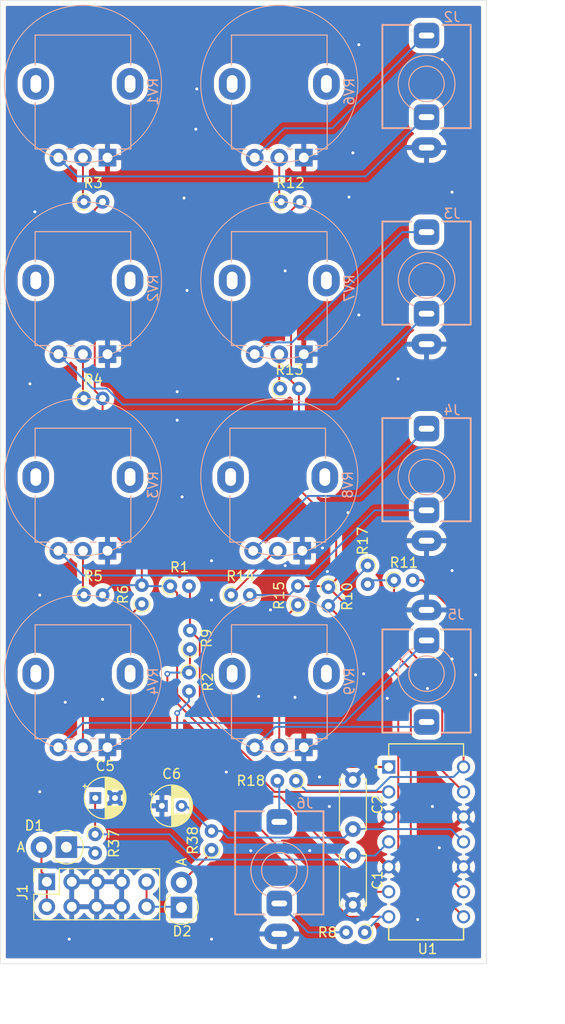
<source format=kicad_pcb>
(kicad_pcb (version 20240108) (generator "pcbnew") (generator_version "8.0")
  (layers (0 "F.Cu" signal) (31 "B.Cu" signal) (34 "B.Paste" user) (35 "F.Paste" user) (36 "B.SilkS" user "B.Silkscreen") (37 "F.SilkS" user "F.Silkscreen") (38 "B.Mask" user) (39 "F.Mask" user) (44 "Edge.Cuts" user))
  (net 0 "")
  (net 1 "+12V")
  (net 2 "GND")
  (net 3 "-12V")
  (net 4 "Net-(D1-A)")
  (net 5 "Net-(D1-K)")
  (net 6 "Net-(D2-A)")
  (net 7 "Net-(D2-K)")
  (net 8 "Net-(J2-PadR)")
  (net 9 "Net-(J2-PadT)")
  (net 10 "Net-(J3-PadR)")
  (net 11 "Net-(J3-PadT)")
  (net 12 "Net-(J4-PadT)")
  (net 13 "Net-(J4-PadR)")
  (net 14 "Net-(J5-PadR)")
  (net 15 "Net-(J5-PadT)")
  (net 16 "Net-(J6-PadT)")
  (net 17 "Net-(J6-PadR)")
  (net 18 "Net-(U1A--)")
  (net 19 "Net-(R1-Pad2)")
  (net 20 "Net-(R2-Pad2)")
  (net 21 "Net-(U1B--)")
  (net 22 "Net-(R3-Pad1)")
  (net 23 "Net-(R4-Pad1)")
  (net 24 "Net-(R5-Pad1)")
  (net 25 "Net-(R6-Pad1)")
  (net 26 "Net-(U1C--)")
  (net 27 "Net-(R10-Pad2)")
  (net 28 "Net-(R11-Pad2)")
  (net 29 "Net-(U1D--)")
  (net 30 "Net-(R12-Pad1)")
  (net 31 "Net-(R13-Pad1)")
  (net 32 "Net-(R14-Pad1)")
  (net 33 "Net-(R15-Pad1)")
  (footprint "mort_mix:tl74" (layer "F.Cu") (at 105.36 123.6)
    (property "Reference" "U1" (at 0.14 10.9 360) (layer "F.SilkS") (effects (font (size 1.001953 1.001953))))
    (property "Value" "TL074")
    (pad "1" thru_hole rect (at -3.81 -7.62) (size 1.35 1.35) (drill 0.9) (layers "*.Cu" "*.Mask") (net 19 "Net-(R1-Pad2)"))
    (pad "2" thru_hole circle (at -3.81 -5.08) (size 1.35 1.35) (drill 0.9) (layers "*.Cu" "*.Mask") (net 18 "Net-(U1A--)"))
    (pad "3" thru_hole circle (at -3.81 -2.54) (size 1.35 1.35) (drill 0.9) (layers "*.Cu" "*.Mask") (net 2 "GND"))
    (pad "4" thru_hole circle (at -3.81 0) (size 1.35 1.35) (drill 0.9) (layers "*.Cu" "*.Mask") (net 1 "+12V"))
    (pad "5" thru_hole circle (at -3.81 2.54) (size 1.35 1.35) (drill 0.9) (layers "*.Cu" "*.Mask") (net 2 "GND"))
    (pad "6" thru_hole circle (at -3.81 5.08) (size 1.35 1.35) (drill 0.9) (layers "*.Cu" "*.Mask") (net 21 "Net-(U1B--)"))
    (pad "7" thru_hole circle (at -3.81 7.62) (size 1.35 1.35) (drill 0.9) (layers "*.Cu" "*.Mask") (net 20 "Net-(R2-Pad2)"))
    (pad "8" thru_hole circle (at 3.81 7.62) (size 1.35 1.35) (drill 0.9) (layers "*.Cu" "*.Mask") (net 27 "Net-(R10-Pad2)"))
    (pad "9" thru_hole circle (at 3.81 5.08) (size 1.35 1.35) (drill 0.9) (layers "*.Cu" "*.Mask") (net 26 "Net-(U1C--)"))
    (pad "10" thru_hole circle (at 3.81 2.54) (size 1.35 1.35) (drill 0.9) (layers "*.Cu" "*.Mask") (net 2 "GND"))
    (pad "11" thru_hole circle (at 3.81 0) (size 1.35 1.35) (drill 0.9) (layers "*.Cu" "*.Mask") (net 3 "-12V"))
    (pad "12" thru_hole circle (at 3.81 -2.54) (size 1.35 1.35) (drill 0.9) (layers "*.Cu" "*.Mask") (net 2 "GND"))
    (pad "13" thru_hole circle (at 3.81 -5.08) (size 1.35 1.35) (drill 0.9) (layers "*.Cu" "*.Mask") (net 29 "Net-(U1D--)"))
    (pad "14" thru_hole circle (at 3.81 -7.62) (size 1.35 1.35) (drill 0.9) (layers "*.Cu" "*.Mask") (net 28 "Net-(R11-Pad2)"))
  )
  (footprint "Resistor_THT:R_Axial_DIN0204_L3.6mm_D1.6mm_P1.90mm_Vertical" (layer "F.Cu") (at 90.59 58.485)
    (property "Reference" "R12" (at 0.95 -1.92 360) (layer "F.SilkS"))
    (property "Value" "100k")
    (pad "1" thru_hole circle (at 0 0) (size 1.4 1.4) (drill 0.7) (layers "*.Cu" "*.Mask") (net 30 "Net-(R12-Pad1)"))
    (pad "2" thru_hole oval (at 1.9 0) (size 1.4 1.4) (drill 0.7) (layers "*.Cu" "*.Mask") (net 26 "Net-(U1C--)"))
  )
  (footprint "Resistor_THT:R_Axial_DIN0204_L3.6mm_D1.6mm_P1.90mm_Vertical" (layer "F.Cu") (at 99.4 95.485 -90)
    (property "Reference" "R17" (at -2.5 0.5 90) (layer "F.SilkS"))
    (property "Value" "50k")
    (pad "1" thru_hole circle (at 0 0 270) (size 1.4 1.4) (drill 0.7) (layers "*.Cu" "*.Mask") (net 27 "Net-(R10-Pad2)"))
    (pad "2" thru_hole oval (at 1.9 0 270) (size 1.4 1.4) (drill 0.7) (layers "*.Cu" "*.Mask") (net 29 "Net-(U1D--)"))
  )
  (footprint "Capacitor_THT:C_Disc_D5.0mm_W2.5mm_P5.00mm" (layer "F.Cu") (at 97.9 117.3 -90)
    (property "Reference" "C2" (at 2.5 -2.5 90) (layer "F.SilkS"))
    (property "Value" "0.1uF_0603_16V")
    (pad "1" thru_hole circle (at 0 0 270) (size 1.6 1.6) (drill 0.8) (layers "*.Cu" "*.Mask") (net 2 "GND"))
    (pad "2" thru_hole circle (at 5 0 270) (size 1.6 1.6) (drill 0.8) (layers "*.Cu" "*.Mask") (net 3 "-12V"))
  )
  (footprint "Resistor_THT:R_Axial_DIN0204_L3.6mm_D1.6mm_P1.90mm_Vertical" (layer "F.Cu") (at 90.5 77.485)
    (property "Reference" "R13" (at 0.95 -1.92 360) (layer "F.SilkS"))
    (property "Value" "100k")
    (pad "1" thru_hole circle (at 0 0) (size 1.4 1.4) (drill 0.7) (layers "*.Cu" "*.Mask") (net 31 "Net-(R13-Pad1)"))
    (pad "2" thru_hole oval (at 1.9 0) (size 1.4 1.4) (drill 0.7) (layers "*.Cu" "*.Mask") (net 26 "Net-(U1C--)"))
  )
  (footprint "Resistor_THT:R_Axial_DIN0204_L3.6mm_D1.6mm_P1.90mm_Vertical" (layer "F.Cu") (at 92.3 99.485 90)
    (property "Reference" "R15" (at 0.95 -1.92 270) (layer "F.SilkS"))
    (property "Value" "100k")
    (pad "1" thru_hole circle (at 0 0 90) (size 1.4 1.4) (drill 0.7) (layers "*.Cu" "*.Mask") (net 33 "Net-(R15-Pad1)"))
    (pad "2" thru_hole oval (at 1.9 0 90) (size 1.4 1.4) (drill 0.7) (layers "*.Cu" "*.Mask") (net 26 "Net-(U1C--)"))
  )
  (footprint "Connector_PinSocket_2.54mm:PinSocket_2x05_P2.54mm_Vertical" (layer "F.Cu") (at 66.72 127.66 90)
    (property "Reference" "J1" (at -1.077 -2.48 90) (layer "F.SilkS"))
    (property "Value" "Eurorack_Power_10pin_Unshrouded")
    (pad "1" thru_hole rect (at 0 0 90) (size 1.7 1.7) (drill 1) (layers "*.Cu" "*.Mask") (net 4 "Net-(D1-A)"))
    (pad "2" thru_hole oval (at -2.54 0 90) (size 1.7 1.7) (drill 1) (layers "*.Cu" "*.Mask") (net 4 "Net-(D1-A)"))
    (pad "3" thru_hole oval (at 0 2.54 90) (size 1.7 1.7) (drill 1) (layers "*.Cu" "*.Mask") (net 2 "GND"))
    (pad "4" thru_hole oval (at -2.54 2.54 90) (size 1.7 1.7) (drill 1) (layers "*.Cu" "*.Mask") (net 2 "GND"))
    (pad "5" thru_hole oval (at 0 5.08 90) (size 1.7 1.7) (drill 1) (layers "*.Cu" "*.Mask") (net 2 "GND"))
    (pad "6" thru_hole oval (at -2.54 5.08 90) (size 1.7 1.7) (drill 1) (layers "*.Cu" "*.Mask") (net 2 "GND"))
    (pad "7" thru_hole oval (at 0 7.62 90) (size 1.7 1.7) (drill 1) (layers "*.Cu" "*.Mask") (net 2 "GND"))
    (pad "8" thru_hole oval (at -2.54 7.62 90) (size 1.7 1.7) (drill 1) (layers "*.Cu" "*.Mask") (net 2 "GND"))
    (pad "9" thru_hole oval (at 0 10.16 90) (size 1.7 1.7) (drill 1) (layers "*.Cu" "*.Mask") (net 7 "Net-(D2-K)"))
    (pad "10" thru_hole oval (at -2.54 10.16 90) (size 1.7 1.7) (drill 1) (layers "*.Cu" "*.Mask") (net 7 "Net-(D2-K)"))
  )
  (footprint "Capacitor_THT:C_Disc_D5.0mm_W2.5mm_P5.00mm" (layer "F.Cu") (at 97.9 125 -90)
    (property "Reference" "C1" (at 2.5 -2.5 90) (layer "F.SilkS"))
    (property "Value" "0.1uF_0603_16V")
    (pad "1" thru_hole circle (at 0 0 270) (size 1.6 1.6) (drill 0.8) (layers "*.Cu" "*.Mask") (net 1 "+12V"))
    (pad "2" thru_hole circle (at 5 0 270) (size 1.6 1.6) (drill 0.8) (layers "*.Cu" "*.Mask") (net 2 "GND"))
  )
  (footprint "Diode_THT:D_DO-41_SOD81_P2.54mm_Vertical_AnodeUp" (layer "F.Cu") (at 68.711766 124.137 180)
    (property "Reference" "D1" (at 3.271766 2.2 180) (layer "F.SilkS"))
    (property "Value" "1N5819")
    (fp_text user "A" (at 4.64 0 180) (layer "F.SilkS"))
    (pad "1" thru_hole rect (at 0 0 180) (size 2.2 2.2) (drill 1.1) (layers "*.Cu" "*.Mask") (net 5 "Net-(D1-K)"))
    (pad "2" thru_hole oval (at 2.54 0 180) (size 2.2 2.2) (drill 1.1) (layers "*.Cu" "*.Mask") (net 4 "Net-(D1-A)"))
  )
  (footprint "Capacitor_THT:CP_Radial_D4.0mm_P2.00mm" (layer "F.Cu") (at 78.44 119.936998)
    (property "Reference" "C6" (at 1 -3.25 360) (layer "F.SilkS"))
    (property "Value" "47uF_5x5.3_16V")
    (pad "1" thru_hole rect (at 0 0) (size 1.2 1.2) (drill 0.6) (layers "*.Cu" "*.Mask") (net 2 "GND"))
    (pad "2" thru_hole circle (at 2 0) (size 1.2 1.2) (drill 0.6) (layers "*.Cu" "*.Mask") (net 3 "-12V"))
  )
  (footprint "Resistor_THT:R_Axial_DIN0204_L3.6mm_D1.6mm_P1.90mm_Vertical" (layer "F.Cu") (at 76.4 99.385 90)
    (property "Reference" "R6" (at 0.95 -1.92 270) (layer "F.SilkS"))
    (property "Value" "100k")
    (pad "1" thru_hole circle (at 0 0 90) (size 1.4 1.4) (drill 0.7) (layers "*.Cu" "*.Mask") (net 25 "Net-(R6-Pad1)"))
    (pad "2" thru_hole oval (at 1.9 0 90) (size 1.4 1.4) (drill 0.7) (layers "*.Cu" "*.Mask") (net 18 "Net-(U1A--)"))
  )
  (footprint "Resistor_THT:R_Axial_DIN0204_L3.6mm_D1.6mm_P1.90mm_Vertical" (layer "F.Cu") (at 81.3 103.99 90)
    (property "Reference" "R9" (at 1.105 1.7 270) (layer "F.SilkS"))
    (property "Value" "50k")
    (pad "1" thru_hole circle (at 0 0 90) (size 1.4 1.4) (drill 0.7) (layers "*.Cu" "*.Mask") (net 21 "Net-(U1B--)"))
    (pad "2" thru_hole oval (at 1.9 0 90) (size 1.4 1.4) (drill 0.7) (layers "*.Cu" "*.Mask") (net 19 "Net-(R1-Pad2)"))
  )
  (footprint "Diode_THT:D_DO-41_SOD81_P2.54mm_Vertical_AnodeUp" (layer "F.Cu") (at 80.436 130.273766 90)
    (property "Reference" "D2" (at -2.426234 0.064 0) (layer "F.SilkS"))
    (property "Value" "1N5819")
    (fp_text user "A" (at 4.64 0 270) (layer "F.SilkS"))
    (pad "1" thru_hole rect (at 0 0 90) (size 2.2 2.2) (drill 1.1) (layers "*.Cu" "*.Mask") (net 7 "Net-(D2-K)"))
    (pad "2" thru_hole oval (at 2.54 0 90) (size 2.2 2.2) (drill 1.1) (layers "*.Cu" "*.Mask") (net 6 "Net-(D2-A)"))
  )
  (footprint "Capacitor_THT:CP_Radial_D4.0mm_P2.00mm" (layer "F.Cu") (at 71.667401 119.137)
    (property "Reference" "C5" (at 1 -3.25 0) (layer "F.SilkS"))
    (property "Value" "47uF_5x5.3_16V")
    (pad "1" thru_hole rect (at 0 0) (size 1.2 1.2) (drill 0.6) (layers "*.Cu" "*.Mask") (net 1 "+12V"))
    (pad "2" thru_hole circle (at 2 0) (size 1.2 1.2) (drill 0.6) (layers "*.Cu" "*.Mask") (net 2 "GND"))
  )
  (footprint "Resistor_THT:R_Axial_DIN0204_L3.6mm_D1.6mm_P1.90mm_Vertical" (layer "F.Cu") (at 99.105 132.805 180)
    (property "Reference" "R8" (at 3.805 0 180) (layer "F.SilkS"))
    (property "Value" "1k")
    (pad "1" thru_hole circle (at 0 0 180) (size 1.4 1.4) (drill 0.7) (layers "*.Cu" "*.Mask") (net 20 "Net-(R2-Pad2)"))
    (pad "2" thru_hole oval (at 1.9 0 180) (size 1.4 1.4) (drill 0.7) (layers "*.Cu" "*.Mask") (net 17 "Net-(J6-PadR)"))
  )
  (footprint "Resistor_THT:R_Axial_DIN0204_L3.6mm_D1.6mm_P1.90mm_Vertical" (layer "F.Cu") (at 79.295 97.585)
    (property "Reference" "R1" (at 0.95 -1.92 0) (layer "F.SilkS"))
    (property "Value" "100k")
    (pad "1" thru_hole circle (at 0 0) (size 1.4 1.4) (drill 0.7) (layers "*.Cu" "*.Mask") (net 18 "Net-(U1A--)"))
    (pad "2" thru_hole oval (at 1.9 0) (size 1.4 1.4) (drill 0.7) (layers "*.Cu" "*.Mask") (net 19 "Net-(R1-Pad2)"))
  )
  (footprint "Resistor_THT:R_Axial_DIN0204_L3.6mm_D1.6mm_P1.90mm_Vertical" (layer "F.Cu") (at 102.095 96.985)
    (property "Reference" "R11" (at 1.005 -1.8 360) (layer "F.SilkS"))
    (property "Value" "100k")
    (pad "1" thru_hole circle (at 0 0) (size 1.4 1.4) (drill 0.7) (layers "*.Cu" "*.Mask") (net 29 "Net-(U1D--)"))
    (pad "2" thru_hole oval (at 1.9 0) (size 1.4 1.4) (drill 0.7) (layers "*.Cu" "*.Mask") (net 28 "Net-(R11-Pad2)"))
  )
  (footprint "Resistor_THT:R_Axial_DIN0204_L3.6mm_D1.6mm_P1.90mm_Vertical" (layer "F.Cu") (at 71.64 122.832 -90)
    (property "Reference" "R37" (at 0.95 -1.92 90) (layer "F.SilkS"))
    (property "Value" "10")
    (pad "1" thru_hole circle (at 0 0 270) (size 1.4 1.4) (drill 0.7) (layers "*.Cu" "*.Mask") (net 1 "+12V"))
    (pad "2" thru_hole oval (at 1.9 0 270) (size 1.4 1.4) (drill 0.7) (layers "*.Cu" "*.Mask") (net 5 "Net-(D1-K)"))
  )
  (footprint "Resistor_THT:R_Axial_DIN0204_L3.6mm_D1.6mm_P1.90mm_Vertical" (layer "F.Cu") (at 70.5 98.485)
    (property "Reference" "R5" (at 0.95 -1.92 0) (layer "F.SilkS"))
    (property "Value" "100k")
    (pad "1" thru_hole circle (at 0 0) (size 1.4 1.4) (drill 0.7) (layers "*.Cu" "*.Mask") (net 24 "Net-(R5-Pad1)"))
    (pad "2" thru_hole oval (at 1.9 0) (size 1.4 1.4) (drill 0.7) (layers "*.Cu" "*.Mask") (net 18 "Net-(U1A--)"))
  )
  (footprint "Resistor_THT:R_Axial_DIN0204_L3.6mm_D1.6mm_P1.90mm_Vertical" (layer "F.Cu") (at 70.5 58.485)
    (property "Reference" "R3" (at 0.95 -1.92 0) (layer "F.SilkS"))
    (property "Value" "100k")
    (pad "1" thru_hole circle (at 0 0) (size 1.4 1.4) (drill 0.7) (layers "*.Cu" "*.Mask") (net 22 "Net-(R3-Pad1)"))
    (pad "2" thru_hole oval (at 1.9 0) (size 1.4 1.4) (drill 0.7) (layers "*.Cu" "*.Mask") (net 18 "Net-(U1A--)"))
  )
  (footprint "Resistor_THT:R_Axial_DIN0204_L3.6mm_D1.6mm_P1.90mm_Vertical" (layer "F.Cu") (at 92.105 117.385 180)
    (property "Reference" "R18" (at 4.605 0 180) (layer "F.SilkS"))
    (property "Value" "1k")
    (pad "1" thru_hole circle (at 0 0 180) (size 1.4 1.4) (drill 0.7) (layers "*.Cu" "*.Mask") (net 28 "Net-(R11-Pad2)"))
    (pad "2" thru_hole oval (at 1.9 0 180) (size 1.4 1.4) (drill 0.7) (layers "*.Cu" "*.Mask") (net 16 "Net-(J6-PadT)"))
  )
  (footprint "Resistor_THT:R_Axial_DIN0204_L3.6mm_D1.6mm_P1.90mm_Vertical" (layer "F.Cu") (at 81.2 106.38 -90)
    (property "Reference" "R2" (at 0.95 -1.92 90) (layer "F.SilkS"))
    (property "Value" "100k")
    (pad "1" thru_hole circle (at 0 0 270) (size 1.4 1.4) (drill 0.7) (layers "*.Cu" "*.Mask") (net 21 "Net-(U1B--)"))
    (pad "2" thru_hole oval (at 1.9 0 270) (size 1.4 1.4) (drill 0.7) (layers "*.Cu" "*.Mask") (net 20 "Net-(R2-Pad2)"))
  )
  (footprint "Resistor_THT:R_Axial_DIN0204_L3.6mm_D1.6mm_P1.90mm_Vertical" (layer "F.Cu") (at 83.5 124.405 90)
    (property "Reference" "R38" (at 0.95 -1.92 270) (layer "F.SilkS"))
    (property "Value" "10")
    (pad "1" thru_hole circle (at 0 0 90) (size 1.4 1.4) (drill 0.7) (layers "*.Cu" "*.Mask") (net 6 "Net-(D2-A)"))
    (pad "2" thru_hole oval (at 1.9 0 90) (size 1.4 1.4) (drill 0.7) (layers "*.Cu" "*.Mask") (net 3 "-12V"))
  )
  (footprint "Resistor_THT:R_Axial_DIN0204_L3.6mm_D1.6mm_P1.90mm_Vertical" (layer "F.Cu") (at 85.5 98.485)
    (property "Reference" "R14" (at 0.95 -1.92 0) (layer "F.SilkS"))
    (property "Value" "100k")
    (pad "1" thru_hole circle (at 0 0) (size 1.4 1.4) (drill 0.7) (layers "*.Cu" "*.Mask") (net 32 "Net-(R14-Pad1)"))
    (pad "2" thru_hole oval (at 1.9 0) (size 1.4 1.4) (drill 0.7) (layers "*.Cu" "*.Mask") (net 26 "Net-(U1C--)"))
  )
  (footprint "Resistor_THT:R_Axial_DIN0204_L3.6mm_D1.6mm_P1.90mm_Vertical" (layer "F.Cu") (at 70.5 78.485)
    (property "Reference" "R4" (at 0.95 -1.92 0) (layer "F.SilkS"))
    (property "Value" "100k")
    (pad "1" thru_hole circle (at 0 0) (size 1.4 1.4) (drill 0.7) (layers "*.Cu" "*.Mask") (net 23 "Net-(R4-Pad1)"))
    (pad "2" thru_hole oval (at 1.9 0) (size 1.4 1.4) (drill 0.7) (layers "*.Cu" "*.Mask") (net 18 "Net-(U1A--)"))
  )
  (footprint "Resistor_THT:R_Axial_DIN0204_L3.6mm_D1.6mm_P1.90mm_Vertical" (layer "F.Cu") (at 95.4 97.685 -90)
    (property "Reference" "R10" (at 0.95 -1.92 90) (layer "F.SilkS"))
    (property "Value" "100k")
    (pad "1" thru_hole circle (at 0 0 270) (size 1.4 1.4) (drill 0.7) (layers "*.Cu" "*.Mask") (net 26 "Net-(U1C--)"))
    (pad "2" thru_hole oval (at 1.9 0 270) (size 1.4 1.4) (drill 0.7) (layers "*.Cu" "*.Mask") (net 27 "Net-(R10-Pad2)"))
  )
  (footprint "mort_mix:Jack_3.5mm_QingPu_WQP-PJ366ST_Vertical" (layer "B.Cu") (at 105.4 46.485 180)
    (property "Reference" "J2" (at -2.6 6.8 180) (layer "B.SilkS") (effects (justify mirror)))
    (property "Value" "AudioJack3")
    (pad "R" thru_hole roundrect (at 0 -3.38 180) (size 2.6 2.6) (drill oval 1.6 0.6) (layers "*.Cu" "*.Mask") (net 8 "Net-(J2-PadR)"))
    (pad "S" thru_hole oval (at 0 -6.48 180) (size 3.1 2.1) (drill oval 1.6 0.6) (layers "*.Cu" "*.Mask") (net 2 "GND"))
    (pad "T" thru_hole roundrect (at 0 4.92 180) (size 2.6 2.6) (drill oval 1.6 0.6) (layers "*.Cu" "*.Mask") (net 9 "Net-(J2-PadT)"))
  )
  (footprint "mort_mix:Jack_3.5mm_QingPu_WQP-PJ366ST_Vertical" (layer "B.Cu") (at 90.4 126.485 180)
    (property "Reference" "J6" (at -2.6 6.8 180) (layer "B.SilkS") (effects (justify mirror)))
    (property "Value" "AudioJack3")
    (pad "R" thru_hole roundrect (at 0 -3.38 180) (size 2.6 2.6) (drill oval 1.6 0.6) (layers "*.Cu" "*.Mask") (net 17 "Net-(J6-PadR)"))
    (pad "S" thru_hole oval (at 0 -6.48 180) (size 3.1 2.1) (drill oval 1.6 0.6) (layers "*.Cu" "*.Mask") (net 2 "GND"))
    (pad "T" thru_hole roundrect (at 0 4.92 180) (size 2.6 2.6) (drill oval 1.6 0.6) (layers "*.Cu" "*.Mask") (net 16 "Net-(J6-PadT)"))
  )
  (footprint "mort_mix:Potentiometer_Alpha_RD901F-40-00D_Single_Vertical_withhole" (layer "B.Cu") (at 70.4 46.485 90)
    (property "Reference" "RV1" (at -0.79 7.14 270) (layer "B.SilkS") (effects (justify mirror)))
    (property "Value" "100k B")
    (pad "" thru_hole oval (at 0 -4.8) (size 2.72 3.24) (drill oval 1.1 1.8) (layers "*.Cu" "*.Mask"))
    (pad "" thru_hole oval (at 0 4.8) (size 2.72 3.24) (drill oval 1.1 1.8) (layers "*.Cu" "*.Mask"))
    (pad "1" thru_hole rect (at -7.5 2.5) (size 1.8 1.8) (drill 1) (layers "*.Cu" "*.Mask") (net 2 "GND"))
    (pad "2" thru_hole circle (at -7.5 0) (size 1.8 1.8) (drill 1) (layers "*.Cu" "*.Mask") (net 22 "Net-(R3-Pad1)"))
    (pad "3" thru_hole circle (at -7.5 -2.5) (size 1.8 1.8) (drill 1) (layers "*.Cu" "*.Mask") (net 8 "Net-(J2-PadR)"))
  )
  (footprint "mort_mix:Jack_3.5mm_QingPu_WQP-PJ366ST_Vertical" (layer "B.Cu") (at 105.4 66.485 180)
    (property "Reference" "J3" (at -2.6 6.8 180) (layer "B.SilkS") (effects (justify mirror)))
    (property "Value" "AudioJack3")
    (pad "R" thru_hole roundrect (at 0 -3.38 180) (size 2.6 2.6) (drill oval 1.6 0.6) (layers "*.Cu" "*.Mask") (net 10 "Net-(J3-PadR)"))
    (pad "S" thru_hole oval (at 0 -6.48 180) (size 3.1 2.1) (drill oval 1.6 0.6) (layers "*.Cu" "*.Mask") (net 2 "GND"))
    (pad "T" thru_hole roundrect (at 0 4.92 180) (size 2.6 2.6) (drill oval 1.6 0.6) (layers "*.Cu" "*.Mask") (net 11 "Net-(J3-PadT)"))
  )
  (footprint "mort_mix:Jack_3.5mm_QingPu_WQP-PJ366ST_Vertical" (layer "B.Cu") (at 105.4 106.485)
    (property "Reference" "J5" (at 3 -6 360) (layer "B.SilkS") (effects (justify mirror)))
    (property "Value" "AudioJack3")
    (pad "R" thru_hole roundrect (at 0 -3.38) (size 2.6 2.6) (drill oval 1.6 0.6) (layers "*.Cu" "*.Mask") (net 14 "Net-(J5-PadR)"))
    (pad "S" thru_hole oval (at 0 -6.48) (size 3.1 2.1) (drill oval 1.6 0.6) (layers "*.Cu" "*.Mask") (net 2 "GND"))
    (pad "T" thru_hole roundrect (at 0 4.92) (size 2.6 2.6) (drill oval 1.6 0.6) (layers "*.Cu" "*.Mask") (net 15 "Net-(J5-PadT)"))
  )
  (footprint "mort_mix:Potentiometer_Alpha_RD901F-40-00D_Single_Vertical_withhole" (layer "B.Cu") (at 70.4 86.485 90)
    (property "Reference" "RV3" (at -0.79 7.14 270) (layer "B.SilkS") (effects (justify mirror)))
    (property "Value" "100k B")
    (pad "" thru_hole oval (at 0 -4.8) (size 2.72 3.24) (drill oval 1.1 1.8) (layers "*.Cu" "*.Mask"))
    (pad "" thru_hole oval (at 0 4.8) (size 2.72 3.24) (drill oval 1.1 1.8) (layers "*.Cu" "*.Mask"))
    (pad "1" thru_hole rect (at -7.5 2.5) (size 1.8 1.8) (drill 1) (layers "*.Cu" "*.Mask") (net 2 "GND"))
    (pad "2" thru_hole circle (at -7.5 0) (size 1.8 1.8) (drill 1) (layers "*.Cu" "*.Mask") (net 24 "Net-(R5-Pad1)"))
    (pad "3" thru_hole circle (at -7.5 -2.5) (size 1.8 1.8) (drill 1) (layers "*.Cu" "*.Mask") (net 13 "Net-(J4-PadR)"))
  )
  (footprint "mort_mix:Potentiometer_Alpha_RD901F-40-00D_Single_Vertical_withhole" (layer "B.Cu") (at 70.4 106.485 90)
    (property "Reference" "RV4" (at -0.79 7.14 270) (layer "B.SilkS") (effects (justify mirror)))
    (property "Value" "100k B")
    (pad "" thru_hole oval (at 0 -4.8) (size 2.72 3.24) (drill oval 1.1 1.8) (layers "*.Cu" "*.Mask"))
    (pad "" thru_hole oval (at 0 4.8) (size 2.72 3.24) (drill oval 1.1 1.8) (layers "*.Cu" "*.Mask"))
    (pad "1" thru_hole rect (at -7.5 2.5) (size 1.8 1.8) (drill 1) (layers "*.Cu" "*.Mask") (net 2 "GND"))
    (pad "2" thru_hole circle (at -7.5 0) (size 1.8 1.8) (drill 1) (layers "*.Cu" "*.Mask") (net 25 "Net-(R6-Pad1)"))
    (pad "3" thru_hole circle (at -7.5 -2.5) (size 1.8 1.8) (drill 1) (layers "*.Cu" "*.Mask") (net 14 "Net-(J5-PadR)"))
  )
  (footprint "mort_mix:Potentiometer_Alpha_RD901F-40-00D_Single_Vertical_withhole" (layer "B.Cu") (at 70.4 66.485 90)
    (property "Reference" "RV2" (at -0.79 7.14 270) (layer "B.SilkS") (effects (justify mirror)))
    (property "Value" "100k B")
    (pad "" thru_hole oval (at 0 -4.8) (size 2.72 3.24) (drill oval 1.1 1.8) (layers "*.Cu" "*.Mask"))
    (pad "" thru_hole oval (at 0 4.8) (size 2.72 3.24) (drill oval 1.1 1.8) (layers "*.Cu" "*.Mask"))
    (pad "1" thru_hole rect (at -7.5 2.5) (size 1.8 1.8) (drill 1) (layers "*.Cu" "*.Mask") (net 2 "GND"))
    (pad "2" thru_hole circle (at -7.5 0) (size 1.8 1.8) (drill 1) (layers "*.Cu" "*.Mask") (net 23 "Net-(R4-Pad1)"))
    (pad "3" thru_hole circle (at -7.5 -2.5) (size 1.8 1.8) (drill 1) (layers "*.Cu" "*.Mask") (net 10 "Net-(J3-PadR)"))
  )
  (footprint "mort_mix:Potentiometer_Alpha_RD901F-40-00D_Single_Vertical_withhole" (layer "B.Cu") (at 90.4 66.485 90)
    (property "Reference" "RV7" (at -0.79 7.14 270) (layer "B.SilkS") (effects (justify mirror)))
    (property "Value" "100k B")
    (pad "" thru_hole oval (at 0 -4.8) (size 2.72 3.24) (drill oval 1.1 1.8) (layers "*.Cu" "*.Mask"))
    (pad "" thru_hole oval (at 0 4.8) (size 2.72 3.24) (drill oval 1.1 1.8) (layers "*.Cu" "*.Mask"))
    (pad "1" thru_hole rect (at -7.5 2.5) (size 1.8 1.8) (drill 1) (layers "*.Cu" "*.Mask") (net 2 "GND"))
    (pad "2" thru_hole circle (at -7.5 0) (size 1.8 1.8) (drill 1) (layers "*.Cu" "*.Mask") (net 31 "Net-(R13-Pad1)"))
    (pad "3" thru_hole circle (at -7.5 -2.5) (size 1.8 1.8) (drill 1) (layers "*.Cu" "*.Mask") (net 11 "Net-(J3-PadT)"))
  )
  (footprint "mort_mix:Potentiometer_Alpha_RD901F-40-00D_Single_Vertical_withhole" (layer "B.Cu") (at 90.4 106.485 90)
    (property "Reference" "RV9" (at -0.79 7.14 270) (layer "B.SilkS") (effects (justify mirror)))
    (property "Value" "100k B")
    (pad "" thru_hole oval (at 0 -4.8) (size 2.72 3.24) (drill oval 1.1 1.8) (layers "*.Cu" "*.Mask"))
    (pad "" thru_hole oval (at 0 4.8) (size 2.72 3.24) (drill oval 1.1 1.8) (layers "*.Cu" "*.Mask"))
    (pad "1" thru_hole rect (at -7.5 2.5) (size 1.8 1.8) (drill 1) (layers "*.Cu" "*.Mask") (net 2 "GND"))
    (pad "2" thru_hole circle (at -7.5 0) (size 1.8 1.8) (drill 1) (layers "*.Cu" "*.Mask") (net 33 "Net-(R15-Pad1)"))
    (pad "3" thru_hole circle (at -7.5 -2.5) (size 1.8 1.8) (drill 1) (layers "*.Cu" "*.Mask") (net 15 "Net-(J5-PadT)"))
  )
  (footprint "mort_mix:Jack_3.5mm_QingPu_WQP-PJ366ST_Vertical" (layer "B.Cu") (at 105.4 86.485 180)
    (property "Reference" "J4" (at -2.6 6.8 180) (layer "B.SilkS") (effects (justify mirror)))
    (property "Value" "AudioJack3")
    (pad "R" thru_hole roundrect (at 0 -3.38 180) (size 2.6 2.6) (drill oval 1.6 0.6) (layers "*.Cu" "*.Mask") (net 13 "Net-(J4-PadR)"))
    (pad "S" thru_hole oval (at 0 -6.48 180) (size 3.1 2.1) (drill oval 1.6 0.6) (layers "*.Cu" "*.Mask") (net 2 "GND"))
    (pad "T" thru_hole roundrect (at 0 4.92 180) (size 2.6 2.6) (drill oval 1.6 0.6) (layers "*.Cu" "*.Mask") (net 12 "Net-(J4-PadT)"))
  )
  (footprint "mort_mix:Potentiometer_Alpha_RD901F-40-00D_Single_Vertical_withhole" (layer "B.Cu") (at 90.24 86.485 90)
    (property "Reference" "RV8" (at -0.79 7.14 270) (layer "B.SilkS") (effects (justify mirror)))
    (property "Value" "100k B")
    (pad "" thru_hole oval (at 0 -4.8) (size 2.72 3.24) (drill oval 1.1 1.8) (layers "*.Cu" "*.Mask"))
    (pad "" thru_hole oval (at 0 4.8) (size 2.72 3.24) (drill oval 1.1 1.8) (layers "*.Cu" "*.Mask"))
    (pad "1" thru_hole rect (at -7.5 2.5) (size 1.8 1.8) (drill 1) (layers "*.Cu" "*.Mask") (net 2 "GND"))
    (pad "2" thru_hole circle (at -7.5 0) (size 1.8 1.8) (drill 1) (layers "*.Cu" "*.Mask") (net 32 "Net-(R14-Pad1)"))
    (pad "3" thru_hole circle (at -7.5 -2.5) (size 1.8 1.8) (drill 1) (layers "*.Cu" "*.Mask") (net 12 "Net-(J4-PadT)"))
  )
  (footprint "mort_mix:Potentiometer_Alpha_RD901F-40-00D_Single_Vertical_withhole" (layer "B.Cu") (at 90.4 46.485 90)
    (property "Reference" "RV6" (at -0.79 7.14 270) (layer "B.SilkS") (effects (justify mirror)))
    (property "Value" "100k B")
    (pad "" thru_hole oval (at 0 -4.8) (size 2.72 3.24) (drill oval 1.1 1.8) (layers "*.Cu" "*.Mask"))
    (pad "" thru_hole oval (at 0 4.8) (size 2.72 3.24) (drill oval 1.1 1.8) (layers "*.Cu" "*.Mask"))
    (pad "1" thru_hole rect (at -7.5 2.5) (size 1.8 1.8) (drill 1) (layers "*.Cu" "*.Mask") (net 2 "GND"))
    (pad "2" thru_hole circle (at -7.5 0) (size 1.8 1.8) (drill 1) (layers "*.Cu" "*.Mask") (net 30 "Net-(R12-Pad1)"))
    (pad "3" thru_hole circle (at -7.5 -2.5) (size 1.8 1.8) (drill 1) (layers "*.Cu" "*.Mask") (net 9 "Net-(J2-PadT)"))
  )
  (gr_circle (center 70.4 106.485) (end 78.4 106.485) (stroke (width 0.1)) (fill none) (layer "B.SilkS"))
  (gr_circle (center 90.4 66.485) (end 82.4 66.485) (stroke (width 0.1)) (fill none) (layer "B.SilkS"))
  (gr_circle (center 90.4 86.485) (end 82.4 86.485) (stroke (width 0.1)) (fill none) (layer "B.SilkS"))
  (gr_circle (center 70.4 46.485) (end 78.4 46.485) (stroke (width 0.1)) (fill none) (layer "B.SilkS"))
  (gr_circle (center 90.4 46.485) (end 82.4 46.485) (stroke (width 0.1)) (fill none) (layer "B.SilkS"))
  (gr_circle (center 70.4 86.485) (end 78.4 86.485) (stroke (width 0.1)) (fill none) (layer "B.SilkS"))
  (gr_circle (center 70.4 66.485) (end 78.4 66.485) (stroke (width 0.1)) (fill none) (layer "B.SilkS"))
  (gr_circle (center 90.4 106.485) (end 98.4 106.485) (stroke (width 0.1)) (fill none) (layer "B.SilkS"))
  (gr_rect (start 62 38) (end 111.5 136) (stroke (width 0.05)) (fill none) (layer "Edge.Cuts"))
  (segment (start 71.64 122.832) (end 71.64 119.164401) (width 0.2) (layer "F.Cu") (net 1))
  (segment (start 71.64 119.164401) (end 71.667401 119.137) (width 0.2) (layer "F.Cu") (net 1))
  (segment (start 71.64 122.832) (end 79.230004 122.832) (width 0.2) (layer "B.Cu") (net 1))
  (segment (start 79.230004 122.832) (end 81.803004 125.405) (width 0.2) (layer "B.Cu") (net 1))
  (segment (start 97.495 125.405) (end 97.9 125) (width 0.2) (layer "B.Cu") (net 1))
  (segment (start 97.9 125) (end 100.15 125) (width 0.2) (layer "B.Cu") (net 1))
  (segment (start 100.15 125) (end 101.55 123.6) (width 0.2) (layer "B.Cu") (net 1))
  (segment (start 81.803004 125.405) (end 97.495 125.405) (width 0.2) (layer "B.Cu") (net 1))
  (via (at 81 67.5) (size 0.6) (drill 0.3) (layers "F.Cu" "B.Cu") (net 2))
  (via (at 97.9 53.5) (size 0.6) (drill 0.3) (layers "F.Cu" "B.Cu") (net 2))
  (via (at 91 95.5) (size 0.6) (drill 0.3) (layers "F.Cu" "B.Cu") (net 2))
  (via (at 89.5 100) (size 0.6) (drill 0.3) (layers "F.Cu" "B.Cu") (net 2))
  (via (at 107 44) (size 0.6) (drill 0.3) (layers "F.Cu" "B.Cu") (net 2))
  (via (at 99 106.5) (size 0.6) (drill 0.3) (layers "F.Cu" "B.Cu") (net 2))
  (via (at 101.4 109) (size 0.6) (drill 0.3) (layers "F.Cu" "B.Cu") (net 2))
  (via (at 66 118.5) (size 0.6) (drill 0.3) (layers "F.Cu" "B.Cu") (net 2))
  (via (at 82 47) (size 0.6) (drill 0.3) (layers "F.Cu" "B.Cu") (net 2))
  (via (at 108 57.5) (size 0.6) (drill 0.3) (layers "F.Cu" "B.Cu") (net 2))
  (via (at 106 120) (size 0.6) (drill 0.3) (layers "F.Cu" "B.Cu") (net 2))
  (via (at 80 80.7) (size 0.6) (drill 0.3) (layers "F.Cu" "B.Cu") (net 2))
  (via (at 80 77.8) (size 0.6) (drill 0.3) (layers "F.Cu" "B.Cu") (net 2))
  (via (at 108 96) (size 0.6) (drill 0.3) (layers "F.Cu" "B.Cu") (net 2))
  (via (at 97.5 58) (size 0.6) (drill 0.3) (layers "F.Cu" "B.Cu") (net 2))
  (via (at 110.4 106.6) (size 0.6) (drill 0.3) (layers "F.Cu" "B.Cu") (net 2))
  (via (at 69 133.5) (size 0.6) (drill 0.3) (layers "F.Cu" "B.Cu") (net 2))
  (via (at 85 116.5) (size 0.6) (drill 0.3) (layers "F.Cu" "B.Cu") (net 2))
  (via (at 104.5 131.5) (size 0.6) (drill 0.3) (layers "F.Cu" "B.Cu") (net 2))
  (via (at 105.5 108) (size 0.6) (drill 0.3) (layers "F.Cu" "B.Cu") (net 2))
  (via (at 95.3 96.1) (size 0.6) (drill 0.3) (layers "F.Cu" "B.Cu") (net 2))
  (via (at 81.9 51.1) (size 0.6) (drill 0.3) (layers "F.Cu" "B.Cu") (net 2))
  (via (at 106.7 124.2) (size 0.6) (drill 0.3) (layers "F.Cu" "B.Cu") (net 2))
  (via (at 80.5 88.5) (size 0.6) (drill 0.3) (layers "F.Cu" "B.Cu") (net 2))
  (via (at 108 105) (size 0.6) (drill 0.3) (layers "F.Cu" "B.Cu") (net 2))
  (via (at 98.5 42.5) (size 0.6) (drill 0.3) (layers "F.Cu" "B.Cu") (net 2))
  (via (at 68.6 109.4) (size 0.6) (drill 0.3) (layers "F.Cu" "B.Cu") (net 2))
  (via (at 94.5 117) (size 0.6) (drill 0.3) (layers "F.Cu" "B.Cu") (net 2))
  (via (at 66 98.5) (size 0.6) (drill 0.3) (layers "F.Cu" "B.Cu") (net 2))
  (via (at 98.5 70) (size 0.6) (drill 0.3) (layers "F.Cu" "B.Cu") (net 2))
  (via (at 88.3 108.8) (size 0.6) (drill 0.3) (layers "F.Cu" "B.Cu") (net 2))
  (via (at 83.5 99) (size 0.6) (drill 0.3) (layers "F.Cu" "B.Cu") (net 2))
  (via (at 102.5 76.5) (size 0.6) (drill 0.3) (layers "F.Cu" "B.Cu") (net 2))
  (via (at 94.8 93.7) (size 0.6) (drill 0.3) (layers "F.Cu" "B.Cu") (net 2))
  (via (at 93.5 124.5) (size 0.6) (drill 0.3) (layers "F.Cu" "B.Cu") (net 2))
  (via (at 83.5 133.5) (size 0.6) (drill 0.3) (layers "F.Cu" "B.Cu") (net 2))
  (via (at 80.7 58.1) (size 0.6) (drill 0.3) (layers "F.Cu" "B.Cu") (net 2))
  (via (at 97.4 90.1) (size 0.6) (drill 0.3) (layers "F.Cu" "B.Cu") (net 2))
  (via (at 72.4 109.1) (size 0.6) (drill 0.3) (layers "F.Cu" "B.Cu") (net 2))
  (via (at 95.5 120) (size 0.6) (drill 0.3) (layers "F.Cu" "B.Cu") (net 2))
  (via (at 91 65.5) (size 0.6) (drill 0.3) (layers "F.Cu" "B.Cu") (net 2))
  (via (at 65 77) (size 0.6) (drill 0.3) (layers "F.Cu" "B.Cu") (net 2))
  (via (at 83.5 95) (size 0.6) (drill 0.3) (layers "F.Cu" "B.Cu") (net 2))
  (via (at 92 108.9) (size 0.6) (drill 0.3) (layers "F.Cu" "B.Cu") (net 2))
  (via (at 87.5 124.5) (size 0.6) (drill 0.3) (layers "F.Cu" "B.Cu") (net 2))
  (via (at 65.5 59.5) (size 0.6) (drill 0.3) (layers "F.Cu" "B.Cu") (net 2))
  (segment (start 80.445 119.941998) (end 80.44 119.936998) (width 0.2) (layer "F.Cu") (net 3))
  (segment (start 97.035 123.165) (end 97.9 122.3) (width 0.2) (layer "B.Cu") (net 3))
  (segment (start 107.87 122.3) (end 97.9 122.3) (width 0.2) (layer "B.Cu") (net 3))
  (segment (start 85.155 123.165) (end 97.035 123.165) (width 0.2) (layer "B.Cu") (net 3))
  (segment (start 83.5 122.505) (end 80.931998 119.936998) (width 0.2) (layer "B.Cu") (net 3))
  (segment (start 84.495 122.505) (end 85.155 123.165) (width 0.2) (layer "B.Cu") (net 3))
  (segment (start 80.931998 119.936998) (end 80.44 119.936998) (width 0.2) (layer "B.Cu") (net 3))
  (segment (start 83.5 122.505) (end 84.495 122.505) (width 0.2) (layer "B.Cu") (net 3))
  (segment (start 109.17 123.6) (end 107.87 122.3) (width 0.2) (layer "B.Cu") (net 3))
  (segment (start 66.72 127.22) (end 66.171766 126.671766) (width 0.2) (layer "F.Cu") (net 4))
  (segment (start 66.171766 126.671766) (end 66.171766 124.137) (width 0.2) (layer "F.Cu") (net 4))
  (segment (start 66.72 127.66) (end 66.72 130.2) (width 0.2) (layer "F.Cu") (net 4))
  (segment (start 66.72 127.66) (end 66.72 127.22) (width 0.2) (layer "F.Cu") (net 4))
  (segment (start 71.045 124.137) (end 71.64 124.732) (width 0.2) (layer "B.Cu") (net 5))
  (segment (start 68.711766 124.137) (end 71.045 124.137) (width 0.2) (layer "B.Cu") (net 5))
  (segment (start 80.436 127.733766) (end 83.5 124.669766) (width 0.2) (layer "F.Cu") (net 6))
  (segment (start 83.5 124.669766) (end 83.5 124.405) (width 0.2) (layer "F.Cu") (net 6))
  (segment (start 76.88 127.66) (end 76.88 130.2) (width 0.2) (layer "F.Cu") (net 7))
  (segment (start 76.88 130.2) (end 80.362234 130.2) (width 0.2) (layer "B.Cu") (net 7))
  (segment (start 80.362234 130.2) (end 80.436 130.273766) (width 0.2) (layer "B.Cu") (net 7))
  (segment (start 105.4 49.865) (end 105.235 49.865) (width 0.2) (layer "B.Cu") (net 8))
  (segment (start 105.235 49.865) (end 99.2 55.9) (width 0.2) (layer "B.Cu") (net 8))
  (segment (start 99.2 55.9) (end 69.815 55.9) (width 0.2) (layer "B.Cu") (net 8))
  (segment (start 69.815 55.9) (end 67.9 53.985) (width 0.2) (layer "B.Cu") (net 8))
  (segment (start 105.4 41.565) (end 105.235 41.565) (width 0.2) (layer "B.Cu") (net 9))
  (segment (start 105.235 41.565) (end 95.8 51) (width 0.2) (layer "B.Cu") (net 9))
  (segment (start 95.8 51) (end 90.885 51) (width 0.2) (layer "B.Cu") (net 9))
  (segment (start 90.885 51) (end 87.9 53.985) (width 0.2) (layer "B.Cu") (net 9))
  (segment (start 71.4 77.485) (end 67.9 73.985) (width 0.2) (layer "B.Cu") (net 10))
  (segment (start 74.429214 79.1) (end 72.814214 77.485) (width 0.2) (layer "B.Cu") (net 10))
  (segment (start 72.814214 77.485) (end 71.4 77.485) (width 0.2) (layer "B.Cu") (net 10))
  (segment (start 96.165 79.1) (end 74.429214 79.1) (width 0.2) (layer "B.Cu") (net 10))
  (segment (start 105.4 69.865) (end 96.165 79.1) (width 0.2) (layer "B.Cu") (net 10))
  (segment (start 105.4 61.565) (end 102.92 61.565) (width 0.2) (layer "B.Cu") (net 11))
  (segment (start 102.92 61.565) (end 91.7 72.785) (width 0.2) (layer "B.Cu") (net 11))
  (segment (start 91.7 72.785) (end 89.1 72.785) (width 0.2) (layer "B.Cu") (net 11))
  (segment (start 89.1 72.785) (end 87.9 73.985) (width 0.2) (layer "B.Cu") (net 11))
  (segment (start 93.32 88.405) (end 87.74 93.985) (width 0.2) (layer "B.Cu") (net 12))
  (segment (start 98.56 88.405) (end 93.32 88.405) (width 0.2) (layer "B.Cu") (net 12))
  (segment (start 105.4 81.565) (end 98.56 88.405) (width 0.2) (layer "B.Cu") (net 12))
  (segment (start 105.4 89.865) (end 100.135 89.865) (width 0.2) (layer "B.Cu") (net 13))
  (segment (start 93.5 96.5) (end 76.829214 96.5) (width 0.2) (layer "B.Cu") (net 13))
  (segment (start 75.970786 96.5) (end 70.415 96.5) (width 0.2) (layer "B.Cu") (net 13))
  (segment (start 100.135 89.865) (end 93.5 96.5) (width 0.2) (layer "B.Cu") (net 13))
  (segment (start 76.814214 96.485) (end 75.985786 96.485) (width 0.2) (layer "B.Cu") (net 13))
  (segment (start 75.985786 96.485) (end 75.970786 96.5) (width 0.2) (layer "B.Cu") (net 13))
  (segment (start 76.829214 96.5) (end 76.814214 96.485) (width 0.2) (layer "B.Cu") (net 13))
  (segment (start 70.415 96.5) (end 67.9 93.985) (width 0.2) (layer "B.Cu") (net 13))
  (segment (start 70.385 111.5) (end 97.005 111.5) (width 0.2) (layer "B.Cu") (net 14))
  (segment (start 97.005 111.5) (end 105.4 103.105) (width 0.2) (layer "B.Cu") (net 14))
  (segment (start 67.9 113.985) (end 70.385 111.5) (width 0.2) (layer "B.Cu") (net 14))
  (segment (start 89.985 111.9) (end 87.9 113.985) (width 0.2) (layer "B.Cu") (net 15))
  (segment (start 104.905 111.9) (end 89.985 111.9) (width 0.2) (layer "B.Cu") (net 15))
  (segment (start 105.4 111.405) (end 104.905 111.9) (width 0.2) (layer "B.Cu") (net 15))
  (segment (start 90.4 121.565) (end 90.4 117.58) (width 0.2) (layer "B.Cu") (net 16))
  (segment (start 90.4 117.58) (end 90.205 117.385) (width 0.2) (layer "B.Cu") (net 16))
  (segment (start 93.34 132.805) (end 90.4 129.865) (width 0.2) (layer "B.Cu") (net 17))
  (segment (start 97.205 132.805) (end 93.34 132.805) (width 0.2) (layer "B.Cu") (net 17))
  (segment (start 74 92.685) (end 76.4 95.085) (width 0.2) (layer "F.Cu") (net 18))
  (segment (start 71.6 77.685) (end 72.4 78.485) (width 0.2) (layer "F.Cu") (net 18))
  (segment (start 89.925786 118.52) (end 79.995 108.589214) (width 0.2) (layer "F.Cu") (net 18))
  (segment (start 101.55 118.52) (end 89.925786 118.52) (width 0.2) (layer "F.Cu") (net 18))
  (segment (start 79.995 98.285) (end 79.295 97.585) (width 0.2) (layer "F.Cu") (net 18))
  (segment (start 72.4 78.485) (end 72.4 88.9) (width 0.2) (layer "F.Cu") (net 18))
  (segment (start 72.4 88.9) (end 74 90.5) (width 0.2) (layer "F.Cu") (net 18))
  (segment (start 74 90.5) (end 74 92.685) (width 0.2) (layer "F.Cu") (net 18))
  (segment (start 76.4 95.085) (end 76.4 97.485) (width 0.2) (layer "F.Cu") (net 18))
  (segment (start 79.995 108.589214) (end 79.995 98.285) (width 0.2) (layer "F.Cu") (net 18))
  (segment (start 71.6 59.285) (end 71.6 77.685) (width 0.2) (layer "F.Cu") (net 18))
  (segment (start 72.4 58.485) (end 71.6 59.285) (width 0.2) (layer "F.Cu") (net 18))
  (segment (start 73.4 97.485) (end 76.4 97.485) (width 0.2) (layer "B.Cu") (net 18))
  (segment (start 76.985 97.485) (end 77.085 97.585) (width 0.2) (layer "B.Cu") (net 18))
  (segment (start 72.4 98.485) (end 73.4 97.485) (width 0.2) (layer "B.Cu") (net 18))
  (segment (start 77.085 97.585) (end 79.295 97.585) (width 0.2) (layer "B.Cu") (net 18))
  (segment (start 76.4 97.485) (end 76.985 97.485) (width 0.2) (layer "B.Cu") (net 18))
  (segment (start 101.55 115.98) (end 88.197943 115.98) (width 0.2) (layer "F.Cu") (net 19))
  (segment (start 81.3 102.09) (end 81.3 97.69) (width 0.2) (layer "F.Cu") (net 19))
  (segment (start 81.3 97.69) (end 81.195 97.585) (width 0.2) (layer "F.Cu") (net 19))
  (segment (start 82.3 110.082057) (end 82.3 103.09) (width 0.2) (layer "F.Cu") (net 19))
  (segment (start 82.3 103.09) (end 81.3 102.09) (width 0.2) (layer "F.Cu") (net 19))
  (segment (start 88.197943 115.98) (end 82.3 110.082057) (width 0.2) (layer "F.Cu") (net 19))
  (segment (start 80 113.808504) (end 80 110.5) (width 0.2) (layer "F.Cu") (net 20))
  (segment (start 97.411496 131.22) (end 80 113.808504) (width 0.2) (layer "F.Cu") (net 20))
  (segment (start 101.55 131.22) (end 97.411496 131.22) (width 0.2) (layer "F.Cu") (net 20))
  (via (at 80 110.5) (size 0.6) (drill 0.3) (layers "F.Cu" "B.Cu") (net 20))
  (segment (start 99.105 132.805) (end 100.69 131.22) (width 0.2) (layer "B.Cu") (net 20))
  (segment (start 80 110.5) (end 81.2 109.3) (width 0.2) (layer "B.Cu") (net 20))
  (segment (start 100.69 131.22) (end 101.55 131.22) (width 0.2) (layer "B.Cu") (net 20))
  (segment (start 81.2 109.3) (end 81.2 108.28) (width 0.2) (layer "B.Cu") (net 20))
  (segment (start 89.5 119) (end 79 108.5) (width 0.2) (layer "F.Cu") (net 21))
  (segment (start 92 120.5) (end 90.5 119) (width 0.2) (layer "F.Cu") (net 21))
  (segment (start 81.3 103.99) (end 81.3 106.28) (width 0.2) (layer "F.Cu") (net 21))
  (segment (start 92 120.655635) (end 92 120.5) (width 0.2) (layer "F.Cu") (net 21))
  (segment (start 100.024365 128.68) (end 92 120.655635) (width 0.2) (layer "F.Cu") (net 21))
  (segment (start 79 108.5) (end 79 106.5) (width 0.2) (layer "F.Cu") (net 21))
  (segment (start 81.3 106.28) (end 81.2 106.38) (width 0.2) (layer "F.Cu") (net 21))
  (segment (start 90.5 119) (end 89.5 119) (width 0.2) (layer "F.Cu") (net 21))
  (segment (start 101.55 128.68) (end 100.024365 128.68) (width 0.2) (layer "F.Cu") (net 21))
  (via (at 79 106.5) (size 0.6) (drill 0.3) (layers "F.Cu" "B.Cu") (net 21))
  (segment (start 79.12 106.38) (end 81.2 106.38) (width 0.2) (layer "B.Cu") (net 21))
  (segment (start 79 106.5) (end 79.12 106.38) (width 0.2) (layer "B.Cu") (net 21))
  (segment (start 70.4 53.985) (end 70.4 58.385) (width 0.2) (layer "F.Cu") (net 22))
  (segment (start 70.4 58.385) (end 70.5 58.485) (width 0.2) (layer "F.Cu") (net 22))
  (segment (start 70.4 73.985) (end 70.4 78.385) (width 0.2) (layer "F.Cu") (net 23))
  (segment (start 70.4 78.385) (end 70.5 78.485) (width 0.2) (layer "F.Cu") (net 23))
  (segment (start 70.4 93.985) (end 70.4 98.385) (width 0.2) (layer "F.Cu") (net 24))
  (segment (start 70.4 98.385) (end 70.5 98.485) (width 0.2) (layer "F.Cu") (net 24))
  (segment (start 70.4 105.385) (end 70.4 113.985) (width 0.2) (layer "F.Cu") (net 25))
  (segment (start 76.4 99.385) (end 70.4 105.385) (width 0.2) (layer "F.Cu") (net 25))
  (segment (start 91.6 76.685) (end 92.4 77.485) (width 0.2) (layer "F.Cu") (net 26))
  (segment (start 103.8 123.31) (end 103.8 106.085) (width 0.2) (layer "F.Cu") (net 26))
  (segment (start 92.4 87.7) (end 96.2 91.5) (width 0.2) (layer "F.Cu") (net 26))
  (segment (start 91.6 59.375) (end 91.6 76.685) (width 0.2) (layer "F.Cu") (net 26))
  (segment (start 109.17 128.68) (end 103.8 123.31) (width 0.2) (layer "F.Cu") (net 26))
  (segment (start 92.3 97.585) (end 95.3 97.585) (width 0.2) (layer "F.Cu") (net 26))
  (segment (start 92.4 77.485) (end 92.4 87.7) (width 0.2) (layer "F.Cu") (net 26))
  (segment (start 92.49 58.485) (end 91.6 59.375) (width 0.2) (layer "F.Cu") (net 26))
  (segment (start 95.3 97.585) (end 95.4 97.685) (width 0.2) (layer "F.Cu") (net 26))
  (segment (start 96.2 91.5) (end 96.2 96.885) (width 0.2) (layer "F.Cu") (net 26))
  (segment (start 96.2 96.885) (end 95.4 97.685) (width 0.2) (layer "F.Cu") (net 26))
  (segment (start 103.8 106.085) (end 95.4 97.685) (width 0.2) (layer "F.Cu") (net 26))
  (segment (start 91.4 98.485) (end 92.3 97.585) (width 0.2) (layer "B.Cu") (net 26))
  (segment (start 87.4 98.485) (end 91.4 98.485) (width 0.2) (layer "B.Cu") (net 26))
  (segment (start 102.525 106.71) (end 102.525 124.575) (width 0.2) (layer "F.Cu") (net 27))
  (segment (start 102.525 124.575) (end 109.17 131.22) (width 0.2) (layer "F.Cu") (net 27))
  (segment (start 95.4 99.585) (end 102.525 106.71) (width 0.2) (layer "F.Cu") (net 27))
  (segment (start 95.4 99.585) (end 99.4 95.585) (width 0.2) (layer "B.Cu") (net 27))
  (segment (start 99.4 95.585) (end 99.4 95.485) (width 0.2) (layer "B.Cu") (net 27))
  (segment (start 109.17 115.98) (end 109.17 101.170051) (width 0.2) (layer "F.Cu") (net 28))
  (segment (start 109.17 101.170051) (end 104.984949 96.985) (width 0.2) (layer "F.Cu") (net 28))
  (segment (start 104.984949 96.985) (end 103.995 96.985) (width 0.2) (layer "F.Cu") (net 28))
  (segment (start 93.12 118.4) (end 100.291141 118.4) (width 0.2) (layer "B.Cu") (net 28))
  (segment (start 92.105 117.385) (end 93.12 118.4) (width 0.2) (layer "B.Cu") (net 28))
  (segment (start 100.291141 118.4) (end 101.691141 117) (width 0.2) (layer "B.Cu") (net 28))
  (segment (start 108.15 117) (end 109.17 115.98) (width 0.2) (layer "B.Cu") (net 28))
  (segment (start 101.691141 117) (end 108.15 117) (width 0.2) (layer "B.Cu") (net 28))
  (segment (start 107 107.5) (end 102.095 102.595) (width 0.2) (layer "F.Cu") (net 29))
  (segment (start 107 116.35) (end 107 107.5) (width 0.2) (layer "F.Cu") (net 29))
  (segment (start 109.17 118.52) (end 107 116.35) (width 0.2) (layer "F.Cu") (net 29))
  (segment (start 102.095 102.595) (end 102.095 96.985) (width 0.2) (layer "F.Cu") (net 29))
  (segment (start 99.8 96.985) (end 99.4 97.385) (width 0.2) (layer "B.Cu") (net 29))
  (segment (start 102.095 96.985) (end 99.8 96.985) (width 0.2) (layer "B.Cu") (net 29))
  (segment (start 90.4 53.985) (end 90.4 58.295) (width 0.2) (layer "F.Cu") (net 30))
  (segment (start 90.4 58.295) (end 90.59 58.485) (width 0.2) (layer "F.Cu") (net 30))
  (segment (start 90.4 73.985) (end 90.4 77.385) (width 0.2) (layer "F.Cu") (net 31))
  (segment (start 90.4 77.385) (end 90.5 77.485) (width 0.2) (layer "F.Cu") (net 31))
  (segment (start 90 93.985) (end 90.24 93.985) (width 0.2) (layer "F.Cu") (net 32))
  (segment (start 85.5 98.485) (end 90 93.985) (width 0.2) (layer "F.Cu") (net 32))
  (segment (start 90.4 101.385) (end 92.3 99.485) (width 0.2) (layer "F.Cu") (net 33))
  (segment (start 90.4 113.985) (end 90.4 101.385) (width 0.2) (layer "F.Cu") (net 33))
  (zone (net 2) (net_name "GND") (layers "F&B.Cu") (connect_pads (clearance 0.5)) (min_thickness 0.25) (fill yes (thermal_gap 0.5) (thermal_bridge_width 0.5))
    (polygon (pts (xy 111.5 38) (xy 62 38) (xy 62 136) (xy 111.5 136)))
  )
)
</source>
